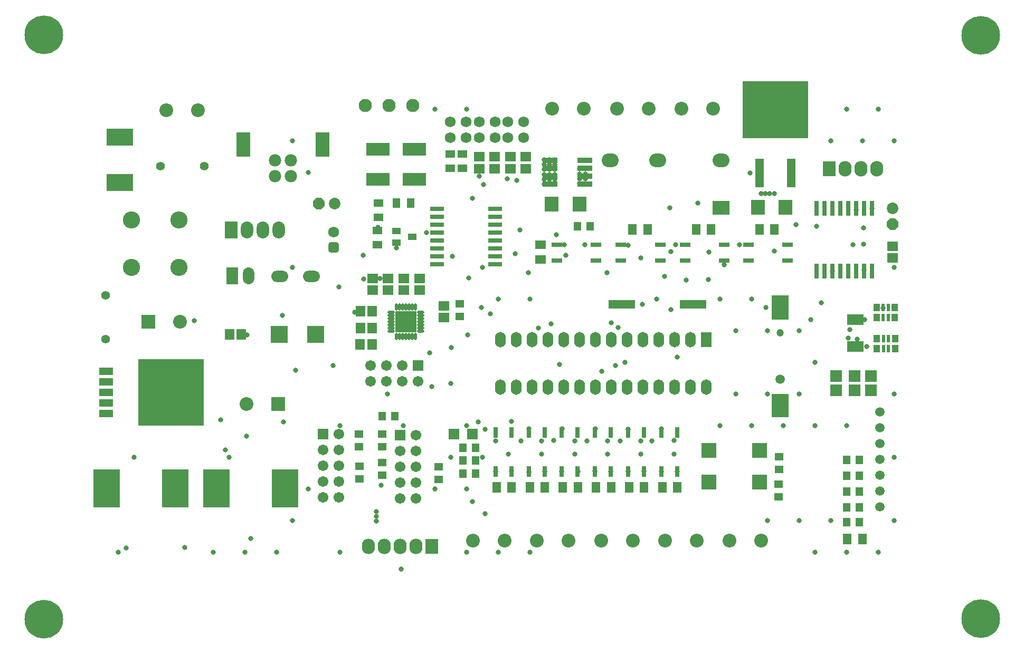
<source format=gts>
G04*
G04 #@! TF.GenerationSoftware,Altium Limited,Altium Designer,20.2.6 (244)*
G04*
G04 Layer_Color=8388736*
%FSLAX43Y43*%
%MOMM*%
G71*
G04*
G04 #@! TF.SameCoordinates,50BE3A92-8E6F-42E2-A157-1F0C76B00AEB*
G04*
G04*
G04 #@! TF.FilePolarity,Negative*
G04*
G01*
G75*
%ADD62R,1.403X1.053*%
%ADD63R,1.203X1.600*%
%ADD64R,1.600X1.203*%
%ADD65R,2.203X0.803*%
%ADD66R,1.473X1.219*%
%ADD67R,1.403X1.703*%
%ADD68R,10.603X9.103*%
%ADD69R,1.453X4.603*%
%ADD70R,3.703X2.003*%
%ADD71R,1.703X1.503*%
%ADD72R,1.703X1.403*%
%ADD73R,1.803X0.753*%
%ADD74R,2.235X2.489*%
%ADD75R,1.503X1.703*%
%ADD76R,1.219X1.473*%
G04:AMPARAMS|DCode=77|XSize=1.213mm|YSize=0.473mm|CornerRadius=0.169mm|HoleSize=0mm|Usage=FLASHONLY|Rotation=270.000|XOffset=0mm|YOffset=0mm|HoleType=Round|Shape=RoundedRectangle|*
%AMROUNDEDRECTD77*
21,1,1.213,0.135,0,0,270.0*
21,1,0.875,0.473,0,0,270.0*
1,1,0.338,-0.068,-0.438*
1,1,0.338,-0.068,0.438*
1,1,0.338,0.068,0.438*
1,1,0.338,0.068,-0.438*
%
%ADD77ROUNDEDRECTD77*%
G04:AMPARAMS|DCode=78|XSize=1.213mm|YSize=0.473mm|CornerRadius=0.169mm|HoleSize=0mm|Usage=FLASHONLY|Rotation=0.000|XOffset=0mm|YOffset=0mm|HoleType=Round|Shape=RoundedRectangle|*
%AMROUNDEDRECTD78*
21,1,1.213,0.135,0,0,0.0*
21,1,0.875,0.473,0,0,0.0*
1,1,0.338,0.438,-0.068*
1,1,0.338,-0.438,-0.068*
1,1,0.338,-0.438,0.068*
1,1,0.338,0.438,0.068*
%
%ADD78ROUNDEDRECTD78*%
%ADD79R,3.453X3.453*%
%ADD80R,4.203X2.703*%
%ADD81R,2.362X0.838*%
%ADD82R,0.753X1.803*%
%ADD83R,2.489X2.489*%
%ADD84R,1.981X1.981*%
%ADD85R,0.653X1.653*%
%ADD86R,0.803X2.403*%
%ADD87R,2.803X3.743*%
%ADD88R,2.803X3.863*%
%ADD89R,2.303X1.253*%
%ADD90R,10.503X10.703*%
%ADD91R,2.703X2.703*%
%ADD92R,1.803X1.803*%
%ADD93R,4.203X1.403*%
%ADD94R,1.003X1.203*%
%ADD95R,0.610X1.203*%
%ADD96R,4.203X6.203*%
%ADD97C,1.727*%
G04:AMPARAMS|DCode=98|XSize=1.727mm|YSize=1.727mm|CornerRadius=0.483mm|HoleSize=0mm|Usage=FLASHONLY|Rotation=90.180|XOffset=0mm|YOffset=0mm|HoleType=Round|Shape=RoundedRectangle|*
%AMROUNDEDRECTD98*
21,1,1.727,0.762,0,0,90.2*
21,1,0.762,1.727,0,0,90.2*
1,1,0.965,0.380,0.382*
1,1,0.965,0.382,-0.380*
1,1,0.965,-0.380,-0.382*
1,1,0.965,-0.382,0.380*
%
%ADD98ROUNDEDRECTD98*%
%ADD99O,2.108X2.489*%
%ADD100R,2.108X2.489*%
%ADD101C,1.854*%
%ADD102P,2.007X8X22.5*%
%ADD103R,2.703X2.203*%
%ADD104O,2.703X2.203*%
%ADD105R,1.854X2.703*%
%ADD106O,1.854X2.703*%
%ADD107O,2.703X1.854*%
%ADD108C,2.103*%
%ADD109C,2.743*%
%ADD110O,2.003X2.703*%
%ADD111R,2.003X2.703*%
%ADD112C,2.203*%
%ADD113C,1.500*%
%ADD114R,2.203X2.203*%
%ADD115C,1.981*%
%ADD116R,2.235X4.013*%
%ADD117R,1.703X1.703*%
%ADD118C,1.703*%
%ADD119P,2.007X8X112.5*%
%ADD120C,1.503*%
%ADD121C,1.203*%
%ADD122C,1.403*%
%ADD123R,1.703X1.703*%
%ADD124O,1.727X2.489*%
%ADD125R,1.727X2.489*%
%ADD126C,6.203*%
%ADD127C,0.803*%
D62*
X62286Y64516D02*
D03*
X59792Y63576D02*
D03*
X59786Y65466D02*
D03*
D63*
X62078Y69952D02*
D03*
X59792D02*
D03*
D64*
X56845Y69901D02*
D03*
Y67615D02*
D03*
X56744Y63271D02*
D03*
Y65557D02*
D03*
X70311Y75534D02*
D03*
Y77820D02*
D03*
X68355Y75534D02*
D03*
Y77820D02*
D03*
D65*
X66267Y60147D02*
D03*
Y61417D02*
D03*
Y62687D02*
D03*
Y63957D02*
D03*
Y65227D02*
D03*
Y66497D02*
D03*
Y67767D02*
D03*
Y69037D02*
D03*
X75567D02*
D03*
Y67767D02*
D03*
Y66497D02*
D03*
Y65227D02*
D03*
Y63957D02*
D03*
Y62687D02*
D03*
Y61417D02*
D03*
Y60147D02*
D03*
D66*
X66482Y25578D02*
D03*
Y27610D02*
D03*
X53756Y32817D02*
D03*
Y30785D02*
D03*
X53807Y27712D02*
D03*
Y25680D02*
D03*
X57445Y30785D02*
D03*
Y32817D02*
D03*
X57465Y28296D02*
D03*
Y26264D02*
D03*
X121029Y24791D02*
D03*
Y22759D02*
D03*
X121136Y29235D02*
D03*
Y27203D02*
D03*
X69940Y53797D02*
D03*
Y51765D02*
D03*
D67*
X110208Y65710D02*
D03*
X107808D02*
D03*
X118006D02*
D03*
X120406D02*
D03*
X134496Y15985D02*
D03*
X132096D02*
D03*
X100010Y65710D02*
D03*
X97610D02*
D03*
X102410Y24282D02*
D03*
X104810D02*
D03*
X97090D02*
D03*
X99490D02*
D03*
X91770D02*
D03*
X94170D02*
D03*
X88850D02*
D03*
X86450D02*
D03*
X83530D02*
D03*
X81130D02*
D03*
X78210D02*
D03*
X75810D02*
D03*
D68*
X120527Y84887D02*
D03*
D69*
X123067Y74737D02*
D03*
X117987D02*
D03*
D70*
X62636Y73749D02*
D03*
Y78549D02*
D03*
X56820D02*
D03*
Y73749D02*
D03*
D71*
X75535Y77368D02*
D03*
Y75468D02*
D03*
X73054Y77368D02*
D03*
Y75468D02*
D03*
X58425Y57866D02*
D03*
Y55966D02*
D03*
X80496Y77368D02*
D03*
Y75468D02*
D03*
X78016Y77368D02*
D03*
Y75468D02*
D03*
X139297Y63012D02*
D03*
Y61112D02*
D03*
X67397Y51557D02*
D03*
Y53457D02*
D03*
X63471Y57866D02*
D03*
Y55966D02*
D03*
X60948D02*
D03*
Y57866D02*
D03*
X55902D02*
D03*
Y55966D02*
D03*
D72*
X82859Y63252D02*
D03*
Y60852D02*
D03*
D73*
X85474Y63271D02*
D03*
Y60731D02*
D03*
X91774D02*
D03*
Y63271D02*
D03*
X122508Y63246D02*
D03*
Y60706D02*
D03*
X116208D02*
D03*
Y63246D02*
D03*
X95755Y63221D02*
D03*
Y60681D02*
D03*
X102055D02*
D03*
Y63221D02*
D03*
X106036Y63246D02*
D03*
Y60706D02*
D03*
X112336D02*
D03*
Y63246D02*
D03*
D74*
X122178Y69266D02*
D03*
X117707D02*
D03*
X84637Y69774D02*
D03*
X89107D02*
D03*
D75*
X53953Y52571D02*
D03*
X55853D02*
D03*
X32957Y48851D02*
D03*
X34857D02*
D03*
X53928Y47251D02*
D03*
X55828D02*
D03*
X55853Y49911D02*
D03*
X53953D02*
D03*
D76*
X133963Y21107D02*
D03*
X131931D02*
D03*
X133963Y23622D02*
D03*
X131931D02*
D03*
X133963Y26187D02*
D03*
X131931D02*
D03*
X133963Y28727D02*
D03*
X131931D02*
D03*
X133982Y18703D02*
D03*
X131950D02*
D03*
X88777Y66218D02*
D03*
X90809D02*
D03*
X59538Y35738D02*
D03*
X57506D02*
D03*
X72419Y28610D02*
D03*
X70387D02*
D03*
X72419Y26502D02*
D03*
X70387D02*
D03*
X72470Y30617D02*
D03*
X70438D02*
D03*
D77*
X62785Y53259D02*
D03*
X62285D02*
D03*
X61785D02*
D03*
X61285D02*
D03*
X60785D02*
D03*
X60285D02*
D03*
X59785D02*
D03*
Y48539D02*
D03*
X60285D02*
D03*
X60785D02*
D03*
X61285D02*
D03*
X61785D02*
D03*
X62285D02*
D03*
X62785D02*
D03*
D78*
X58925Y52399D02*
D03*
Y51899D02*
D03*
Y51399D02*
D03*
Y50899D02*
D03*
Y50399D02*
D03*
Y49899D02*
D03*
Y49399D02*
D03*
X63645D02*
D03*
Y49899D02*
D03*
Y50399D02*
D03*
Y50899D02*
D03*
Y51399D02*
D03*
Y51899D02*
D03*
Y52399D02*
D03*
D79*
X61285Y50899D02*
D03*
D80*
X15345Y80485D02*
D03*
Y73235D02*
D03*
D81*
X84357Y76784D02*
D03*
Y75514D02*
D03*
Y74244D02*
D03*
Y72974D02*
D03*
X89945Y76784D02*
D03*
Y75514D02*
D03*
Y74244D02*
D03*
Y72974D02*
D03*
D82*
X102232Y26847D02*
D03*
X104772D02*
D03*
Y33147D02*
D03*
X102232D02*
D03*
X96918Y26847D02*
D03*
X99458D02*
D03*
Y33147D02*
D03*
X96918D02*
D03*
X91604Y26847D02*
D03*
X94144D02*
D03*
Y33147D02*
D03*
X91604D02*
D03*
X86290D02*
D03*
X88830D02*
D03*
Y26847D02*
D03*
X86290D02*
D03*
X80976D02*
D03*
X83516D02*
D03*
Y33147D02*
D03*
X80976D02*
D03*
X75662D02*
D03*
X78202D02*
D03*
Y26847D02*
D03*
X75662D02*
D03*
D83*
X109833Y25146D02*
D03*
Y30226D02*
D03*
X117961Y25146D02*
D03*
Y30226D02*
D03*
D84*
X135868Y42189D02*
D03*
Y39903D02*
D03*
X133201Y42189D02*
D03*
Y39903D02*
D03*
X130280Y42189D02*
D03*
Y39903D02*
D03*
D85*
X132353Y51197D02*
D03*
X133003D02*
D03*
X133653D02*
D03*
X134303D02*
D03*
Y46897D02*
D03*
X133653D02*
D03*
X133003D02*
D03*
X132353D02*
D03*
D86*
X127105Y58988D02*
D03*
X128375D02*
D03*
X129645D02*
D03*
X130915D02*
D03*
X132185D02*
D03*
X133455D02*
D03*
X134725D02*
D03*
X135995D02*
D03*
X127105Y69078D02*
D03*
X128375D02*
D03*
X129645D02*
D03*
X130915D02*
D03*
X132185D02*
D03*
X133455D02*
D03*
X134725D02*
D03*
X135995D02*
D03*
D87*
X121263Y37388D02*
D03*
D88*
Y53188D02*
D03*
D89*
X13212Y42926D02*
D03*
Y39526D02*
D03*
Y36126D02*
D03*
Y37826D02*
D03*
Y41226D02*
D03*
D90*
X23600Y39522D02*
D03*
D91*
X40919Y48844D02*
D03*
X46819D02*
D03*
D92*
X69018Y32817D02*
D03*
X71908D02*
D03*
D93*
X95940Y53721D02*
D03*
X107370D02*
D03*
D94*
X139729Y46584D02*
D03*
X136834D02*
D03*
Y48209D02*
D03*
X139729D02*
D03*
X136808Y53162D02*
D03*
X139704D02*
D03*
Y51537D02*
D03*
X136808D02*
D03*
D95*
X138688Y46584D02*
D03*
X137875D02*
D03*
Y48209D02*
D03*
X138688D02*
D03*
X137850Y53162D02*
D03*
X138662D02*
D03*
Y51537D02*
D03*
X137850D02*
D03*
D96*
X30847Y24155D02*
D03*
X41847D02*
D03*
X24271D02*
D03*
X13271D02*
D03*
D97*
X49657Y65283D02*
D03*
X80141Y80416D02*
D03*
Y82956D02*
D03*
X77601D02*
D03*
Y80416D02*
D03*
X75543D02*
D03*
Y82956D02*
D03*
X73003D02*
D03*
Y80416D02*
D03*
X70946D02*
D03*
Y82956D02*
D03*
X68406D02*
D03*
Y80416D02*
D03*
D98*
X49657Y62783D02*
D03*
D99*
X57789Y14783D02*
D03*
X60329D02*
D03*
X62869D02*
D03*
X55249D02*
D03*
X136757Y75463D02*
D03*
X134217D02*
D03*
X131677D02*
D03*
D100*
X65409Y14783D02*
D03*
X129137Y75463D02*
D03*
D101*
X49835Y69825D02*
D03*
X139297Y69113D02*
D03*
D102*
X47295Y69825D02*
D03*
D103*
X111815Y69164D02*
D03*
D104*
Y76784D02*
D03*
X94035D02*
D03*
X101655D02*
D03*
D105*
X33401Y58291D02*
D03*
D106*
X36068D02*
D03*
D107*
X40999Y58141D02*
D03*
X46101Y58164D02*
D03*
D108*
X58525Y85598D02*
D03*
X62335D02*
D03*
X54715D02*
D03*
D109*
X17250Y59588D02*
D03*
Y67208D02*
D03*
X24870D02*
D03*
Y59588D02*
D03*
D110*
X40843Y65583D02*
D03*
X38303D02*
D03*
X35763D02*
D03*
D111*
X33223D02*
D03*
D112*
X100181Y85090D02*
D03*
X95101D02*
D03*
X92561Y15773D02*
D03*
X97641D02*
D03*
X89818Y85090D02*
D03*
X84738D02*
D03*
X110519D02*
D03*
X105439D02*
D03*
X35712Y37719D02*
D03*
X25048Y50851D02*
D03*
X118215Y15773D02*
D03*
X113135D02*
D03*
X107928D02*
D03*
X102848D02*
D03*
X87354D02*
D03*
X82274D02*
D03*
X77067D02*
D03*
X71987D02*
D03*
X22838Y84861D02*
D03*
X27918D02*
D03*
D113*
X137291Y36373D02*
D03*
Y33833D02*
D03*
Y31293D02*
D03*
Y28753D02*
D03*
Y26213D02*
D03*
Y23673D02*
D03*
Y21133D02*
D03*
D114*
X40792Y37719D02*
D03*
X19968Y50851D02*
D03*
D115*
X40314Y76810D02*
D03*
X42854D02*
D03*
Y74270D02*
D03*
X40314D02*
D03*
D116*
X35234Y79350D02*
D03*
X47883D02*
D03*
D117*
X60350Y32690D02*
D03*
X47981Y32817D02*
D03*
D118*
X62890Y32690D02*
D03*
X60350Y30150D02*
D03*
X62890D02*
D03*
X60350Y27610D02*
D03*
X62890D02*
D03*
X60350Y25070D02*
D03*
X62890D02*
D03*
X60350Y22530D02*
D03*
X62890D02*
D03*
X50521Y32817D02*
D03*
X47981Y30277D02*
D03*
X50521D02*
D03*
X47981Y27737D02*
D03*
X50521D02*
D03*
X47981Y25197D02*
D03*
X50521D02*
D03*
X47981Y22657D02*
D03*
X50521D02*
D03*
X55604Y41300D02*
D03*
X58144D02*
D03*
X60684D02*
D03*
X63224D02*
D03*
X55604Y43840D02*
D03*
X58144D02*
D03*
X60684D02*
D03*
D119*
X139297Y66573D02*
D03*
D120*
X121263Y41618D02*
D03*
D121*
Y49118D02*
D03*
D122*
X21924Y75844D02*
D03*
X28934D02*
D03*
X13059Y55143D02*
D03*
Y48133D02*
D03*
D123*
X63224Y43840D02*
D03*
D124*
X76432Y40411D02*
D03*
X78972D02*
D03*
X81512D02*
D03*
X84052D02*
D03*
X86592D02*
D03*
X89132D02*
D03*
X91672D02*
D03*
X94212D02*
D03*
X96752D02*
D03*
X99292D02*
D03*
X101832D02*
D03*
X104372D02*
D03*
X106912D02*
D03*
X109452D02*
D03*
X76432Y48031D02*
D03*
X78972D02*
D03*
X81512D02*
D03*
X84052D02*
D03*
X86592D02*
D03*
X89132D02*
D03*
X91672D02*
D03*
X94212D02*
D03*
X96752D02*
D03*
X99292D02*
D03*
X101832D02*
D03*
X104372D02*
D03*
X106912D02*
D03*
D125*
X109452D02*
D03*
D126*
X3230Y3150D02*
D03*
X153445Y3226D02*
D03*
Y96876D02*
D03*
X3179Y96977D02*
D03*
D127*
X71907Y70688D02*
D03*
X71374Y57937D02*
D03*
X56566Y20371D02*
D03*
X56540Y18898D02*
D03*
X56566Y19634D02*
D03*
X57328Y24663D02*
D03*
X137011Y84988D02*
D03*
X139551Y79908D02*
D03*
Y59588D02*
D03*
Y39268D02*
D03*
Y29108D02*
D03*
Y18948D02*
D03*
X137011Y13868D02*
D03*
X131931Y84988D02*
D03*
X134471Y79908D02*
D03*
X131931Y34188D02*
D03*
Y13868D02*
D03*
X129391Y79908D02*
D03*
X126851Y44348D02*
D03*
Y34188D02*
D03*
X129391Y18948D02*
D03*
X126851Y13868D02*
D03*
X124311Y49428D02*
D03*
Y39268D02*
D03*
X121771Y34188D02*
D03*
X124311Y18948D02*
D03*
X116691Y54508D02*
D03*
X119231Y49428D02*
D03*
Y39268D02*
D03*
X116691Y34188D02*
D03*
X119231Y18948D02*
D03*
X111611Y54508D02*
D03*
X114151Y49428D02*
D03*
Y39268D02*
D03*
X111611Y34188D02*
D03*
X101451Y54508D02*
D03*
X96371Y44348D02*
D03*
X81131Y54508D02*
D03*
Y13868D02*
D03*
X76051Y54508D02*
D03*
Y13868D02*
D03*
X70971Y84988D02*
D03*
X73511Y59588D02*
D03*
X70971Y34188D02*
D03*
X73511Y29108D02*
D03*
X70971Y24028D02*
D03*
Y13868D02*
D03*
X65891Y84988D02*
D03*
X68431Y29108D02*
D03*
X65891Y24028D02*
D03*
X60811Y34188D02*
D03*
X58271Y39268D02*
D03*
X50651Y34188D02*
D03*
Y13868D02*
D03*
X45571Y74828D02*
D03*
Y24028D02*
D03*
X43031Y79908D02*
D03*
Y59588D02*
D03*
Y18948D02*
D03*
X40491Y13868D02*
D03*
X35411D02*
D03*
X32871Y29108D02*
D03*
X30331Y13868D02*
D03*
X17631Y29108D02*
D03*
X15091Y13868D02*
D03*
X53049Y52444D02*
D03*
X85954Y43993D02*
D03*
X92685Y42926D02*
D03*
X103784Y62128D02*
D03*
X120345Y62230D02*
D03*
X109880Y62027D02*
D03*
X102743Y58141D02*
D03*
X98984Y61138D02*
D03*
X41605Y34798D02*
D03*
X41478Y51918D02*
D03*
X60554Y11201D02*
D03*
X68707Y61417D02*
D03*
X73727Y72884D02*
D03*
X73050Y74219D02*
D03*
X79553Y65583D02*
D03*
X77546Y73838D02*
D03*
X79096Y73558D02*
D03*
X59741Y62738D02*
D03*
X64592Y65227D02*
D03*
X73355Y53188D02*
D03*
X71196Y48793D02*
D03*
X65126Y45923D02*
D03*
X68453Y40945D02*
D03*
X80950Y58750D02*
D03*
X56794Y66065D02*
D03*
X50495Y56464D02*
D03*
X78816Y61824D02*
D03*
X54407Y61595D02*
D03*
X31572Y35128D02*
D03*
X57164Y57866D02*
D03*
X54461Y57760D02*
D03*
X36351Y16053D02*
D03*
X16438Y14529D02*
D03*
X94873Y43891D02*
D03*
X35015Y48730D02*
D03*
X35801Y48771D02*
D03*
X99242Y53670D02*
D03*
X103737Y52807D02*
D03*
X85424Y64846D02*
D03*
X86948Y61544D02*
D03*
X73989Y33601D02*
D03*
X93501Y58801D02*
D03*
X49610Y43840D02*
D03*
X86643Y63271D02*
D03*
X74781Y52146D02*
D03*
X104756Y45216D02*
D03*
X118241Y71476D02*
D03*
X118944D02*
D03*
X119646D02*
D03*
X90021Y74574D02*
D03*
X89158Y73838D02*
D03*
X90021D02*
D03*
X89158Y73050D02*
D03*
X90021Y73000D02*
D03*
X89158Y74625D02*
D03*
X90021Y75413D02*
D03*
X89158D02*
D03*
X83468Y73736D02*
D03*
X84294D02*
D03*
X85119D02*
D03*
Y72949D02*
D03*
X84294D02*
D03*
X83468D02*
D03*
Y75336D02*
D03*
X84294D02*
D03*
X85119D02*
D03*
Y74549D02*
D03*
X84294D02*
D03*
X83468D02*
D03*
Y76124D02*
D03*
X84294D02*
D03*
X85119D02*
D03*
Y76911D02*
D03*
X84294D02*
D03*
X83468D02*
D03*
X121746Y85446D02*
D03*
X120349Y71476D02*
D03*
X123118Y74930D02*
D03*
X84662Y69647D02*
D03*
X108106Y69977D02*
D03*
X123880Y66497D02*
D03*
X116463Y74752D02*
D03*
X114786Y63246D02*
D03*
X106201Y57607D02*
D03*
X109783Y57658D02*
D03*
X103585Y69164D02*
D03*
X112348Y60046D02*
D03*
X104499Y63246D02*
D03*
X90011Y63283D02*
D03*
X88828Y66269D02*
D03*
X96930Y63195D02*
D03*
X84535Y50521D02*
D03*
X72902Y34798D02*
D03*
X68584Y46736D02*
D03*
X82554Y49860D02*
D03*
X95279Y49962D02*
D03*
X94212Y50749D02*
D03*
X43565Y43078D02*
D03*
X62221Y50137D02*
D03*
X60189D02*
D03*
X60218Y51560D02*
D03*
X62250D02*
D03*
X61234Y50798D02*
D03*
X61205Y50137D02*
D03*
X61234Y51560D02*
D03*
X53953Y49911D02*
D03*
X67397Y51557D02*
D03*
X69940Y51765D02*
D03*
X55884Y55948D02*
D03*
X104788Y26878D02*
D03*
X99445Y26924D02*
D03*
X94162Y26873D02*
D03*
X88853Y26848D02*
D03*
X83519Y26873D02*
D03*
X78214Y26892D02*
D03*
X78178Y34869D02*
D03*
X100740Y31775D02*
D03*
X95609D02*
D03*
X90275D02*
D03*
X84992Y31801D02*
D03*
X79760Y31775D02*
D03*
X91668Y33674D02*
D03*
X86358D02*
D03*
X96908Y33643D02*
D03*
X102280Y33658D02*
D03*
X80976Y33674D02*
D03*
X104271Y31801D02*
D03*
X98988Y31775D02*
D03*
X93628D02*
D03*
X88370D02*
D03*
X83036D02*
D03*
X91599Y26955D02*
D03*
X32313Y30353D02*
D03*
X25785Y14681D02*
D03*
X135208Y46888D02*
D03*
X129645Y58988D02*
D03*
X139704Y51537D02*
D03*
X134776Y59207D02*
D03*
X132516Y49627D02*
D03*
X134827Y51206D02*
D03*
X119028Y53213D02*
D03*
X133024Y63271D02*
D03*
X127105Y66192D02*
D03*
X71962Y21996D02*
D03*
X21815Y41047D02*
D03*
Y35612D02*
D03*
Y42114D02*
D03*
Y43232D02*
D03*
Y40031D02*
D03*
Y39015D02*
D03*
Y37974D02*
D03*
Y36885D02*
D03*
X23270Y36863D02*
D03*
Y37951D02*
D03*
Y38993D02*
D03*
Y40009D02*
D03*
Y43209D02*
D03*
Y42091D02*
D03*
Y35589D02*
D03*
Y41025D02*
D03*
X26064Y41021D02*
D03*
Y35585D02*
D03*
Y42088D02*
D03*
Y43205D02*
D03*
Y40005D02*
D03*
Y38989D02*
D03*
Y37948D02*
D03*
Y36859D02*
D03*
X24642Y36888D02*
D03*
Y37977D02*
D03*
Y39018D02*
D03*
Y40034D02*
D03*
Y43234D02*
D03*
Y42117D02*
D03*
Y35614D02*
D03*
Y41050D02*
D03*
X133481Y68834D02*
D03*
X135995Y69113D02*
D03*
X136808Y53137D02*
D03*
X121238Y37363D02*
D03*
X127893Y53899D02*
D03*
X73994Y20091D02*
D03*
X139729Y48235D02*
D03*
X139297Y61112D02*
D03*
X133278Y42113D02*
D03*
X132262Y48260D02*
D03*
X135919Y42113D02*
D03*
X133633Y48133D02*
D03*
X132135Y23597D02*
D03*
X118165Y30226D02*
D03*
X65434Y40462D02*
D03*
X126242Y51206D02*
D03*
X132160Y28727D02*
D03*
X132135Y26187D02*
D03*
X132160Y21082D02*
D03*
X139704Y53162D02*
D03*
X137824Y53061D02*
D03*
X134712Y65938D02*
D03*
X134649Y63322D02*
D03*
X75670Y31775D02*
D03*
X104245Y29616D02*
D03*
X98911D02*
D03*
X93577D02*
D03*
X88370D02*
D03*
X80981Y26735D02*
D03*
X83036Y29616D02*
D03*
X77702D02*
D03*
X102232Y26847D02*
D03*
X96921Y26811D02*
D03*
X86287Y26839D02*
D03*
X75670Y26822D02*
D03*
X35665Y32537D02*
D03*
X27283Y51079D02*
D03*
M02*

</source>
